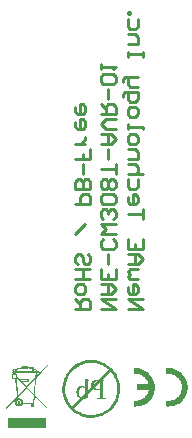
<source format=gbo>
G04 Layer_Color=32896*
%FSLAX25Y25*%
%MOIN*%
G70*
G01*
G75*
%ADD17C,0.01000*%
G36*
X317167Y216647D02*
Y216601D01*
Y216508D01*
Y216416D01*
Y216323D01*
Y216231D01*
Y216184D01*
Y216161D01*
Y215791D01*
Y215444D01*
Y215282D01*
Y215166D01*
Y215097D01*
Y215073D01*
Y214657D01*
Y214472D01*
Y214310D01*
Y214171D01*
Y214078D01*
Y214009D01*
Y213986D01*
Y213824D01*
Y213708D01*
Y213616D01*
Y213569D01*
Y213500D01*
X304509D01*
Y213523D01*
Y213569D01*
Y213755D01*
Y213916D01*
Y213963D01*
Y213986D01*
Y214356D01*
Y214703D01*
Y214865D01*
Y214981D01*
Y215050D01*
Y215073D01*
Y215490D01*
Y215675D01*
Y215837D01*
Y215976D01*
Y216069D01*
Y216138D01*
Y216161D01*
Y216323D01*
Y216462D01*
Y216554D01*
Y216601D01*
Y216647D01*
Y216670D01*
X317167D01*
Y216647D01*
D02*
G37*
G36*
X318000Y234210D02*
X314089Y230138D01*
X313974Y229027D01*
X313719Y226366D01*
X313534Y224445D01*
X317722Y220118D01*
X317445Y219840D01*
X313488Y223890D01*
X313256Y221414D01*
X313141D01*
Y220465D01*
X312261D01*
Y221414D01*
X309531D01*
X309438Y221229D01*
X309299Y221044D01*
X309114Y220835D01*
X308860Y220650D01*
X308559Y220558D01*
X308281Y220535D01*
X308003D01*
X307795Y220604D01*
X307541Y220696D01*
X307332Y220835D01*
X307171Y220997D01*
X307009Y221229D01*
X306893Y221483D01*
X306823Y221715D01*
X306800Y221923D01*
X306823Y222154D01*
X306870Y222340D01*
X306939Y222525D01*
X307032Y222710D01*
X307147Y222872D01*
X307309Y223034D01*
X307494Y223149D01*
X307656Y223219D01*
X307633Y223427D01*
X304162Y219840D01*
X303885Y220141D01*
X307587Y223982D01*
X307286Y227338D01*
X307078Y229767D01*
X305967D01*
Y231318D01*
X306268D01*
X303445Y234210D01*
X303746Y234488D01*
X306384Y231757D01*
Y231966D01*
X306337Y232012D01*
X306268Y232058D01*
X306199Y232128D01*
X306129Y232197D01*
X306083Y232313D01*
X306060Y232405D01*
X306037Y232521D01*
X306060Y232660D01*
X306106Y232752D01*
X306199Y232914D01*
X306314Y233007D01*
X306476Y233076D01*
X306638Y233100D01*
X306800Y233076D01*
X306939Y233030D01*
X307055Y232961D01*
X307101Y232891D01*
X307217Y232984D01*
X307379Y233100D01*
X307587Y233192D01*
X307888Y233308D01*
X308212Y233400D01*
X308536Y233470D01*
X308883Y233539D01*
X309160Y233562D01*
Y233910D01*
X311382D01*
Y233609D01*
X311567D01*
X311845Y233586D01*
X312146Y233539D01*
X312446Y233493D01*
Y233678D01*
X313395D01*
Y233238D01*
X313511Y233169D01*
X313673Y233100D01*
X313835Y233007D01*
X313974Y232914D01*
X314112Y232799D01*
X314205Y232706D01*
X314251Y232637D01*
X314298Y232544D01*
X314275Y232382D01*
X314830D01*
Y231665D01*
X314228D01*
X314136Y230762D01*
X317722Y234488D01*
X318000Y234210D01*
D02*
G37*
G36*
X333068Y236062D02*
X333785Y235969D01*
X334456Y235830D01*
X335104Y235645D01*
X335706Y235437D01*
X336261Y235182D01*
X336793Y234928D01*
X337256Y234673D01*
X337696Y234395D01*
X338066Y234141D01*
X338390Y233910D01*
X338668Y233678D01*
X338899Y233493D01*
X339038Y233354D01*
X339154Y233262D01*
X339177Y233238D01*
X339663Y232683D01*
X340103Y232128D01*
X340496Y231549D01*
X340797Y230971D01*
X341074Y230392D01*
X341306Y229814D01*
X341491Y229281D01*
X341653Y228749D01*
X341769Y228263D01*
X341861Y227800D01*
X341907Y227407D01*
X341954Y227060D01*
X341977Y226782D01*
X342000Y226574D01*
Y226435D01*
Y226412D01*
Y226389D01*
X341977Y225648D01*
X341884Y224954D01*
X341745Y224260D01*
X341560Y223635D01*
X341352Y223034D01*
X341097Y222455D01*
X340843Y221946D01*
X340588Y221460D01*
X340334Y221044D01*
X340079Y220650D01*
X339825Y220326D01*
X339617Y220049D01*
X339432Y219840D01*
X339293Y219678D01*
X339200Y219563D01*
X339177Y219539D01*
X338645Y219054D01*
X338066Y218614D01*
X337488Y218221D01*
X336909Y217920D01*
X336331Y217642D01*
X335775Y217411D01*
X335220Y217226D01*
X334688Y217064D01*
X334202Y216948D01*
X333739Y216855D01*
X333346Y216809D01*
X332998Y216763D01*
X332721Y216740D01*
X332513Y216717D01*
X332328D01*
X331587Y216740D01*
X330893Y216832D01*
X330222Y216971D01*
X329574Y217156D01*
X328972Y217364D01*
X328417Y217619D01*
X327885Y217874D01*
X327422Y218128D01*
X326982Y218383D01*
X326612Y218637D01*
X326288Y218892D01*
X326010Y219100D01*
X325779Y219285D01*
X325640Y219424D01*
X325524Y219516D01*
X325501Y219539D01*
X324992Y220095D01*
X324552Y220650D01*
X324182Y221229D01*
X323858Y221807D01*
X323581Y222386D01*
X323349Y222964D01*
X323164Y223520D01*
X323002Y224029D01*
X322886Y224515D01*
X322794Y224977D01*
X322747Y225371D01*
X322701Y225718D01*
X322678Y225996D01*
X322655Y226204D01*
Y226343D01*
Y226389D01*
X322678Y227130D01*
X322771Y227824D01*
X322909Y228518D01*
X323095Y229143D01*
X323303Y229744D01*
X323557Y230323D01*
X323812Y230832D01*
X324066Y231318D01*
X324344Y231757D01*
X324599Y232128D01*
X324830Y232452D01*
X325061Y232729D01*
X325247Y232961D01*
X325385Y233100D01*
X325478Y233215D01*
X325501Y233238D01*
X326033Y233748D01*
X326612Y234187D01*
X327167Y234557D01*
X327769Y234881D01*
X328324Y235159D01*
X328903Y235390D01*
X329458Y235576D01*
X329967Y235737D01*
X330453Y235853D01*
X330916Y235946D01*
X331309Y235992D01*
X331656Y236038D01*
X331934Y236062D01*
X332142Y236085D01*
X332328D01*
X333068Y236062D01*
D02*
G37*
G36*
X347562Y233366D02*
X348047Y233320D01*
X348487Y233204D01*
X348927Y233088D01*
X349320Y232949D01*
X349713Y232787D01*
X350061Y232625D01*
X350361Y232440D01*
X350662Y232255D01*
X350917Y232093D01*
X351125Y231931D01*
X351310Y231792D01*
X351472Y231677D01*
X351565Y231584D01*
X351634Y231515D01*
X351657Y231491D01*
X351981Y231121D01*
X352282Y230751D01*
X352537Y230381D01*
X352745Y229987D01*
X352930Y229594D01*
X353069Y229224D01*
X353208Y228854D01*
X353300Y228506D01*
X353370Y228183D01*
X353439Y227882D01*
X353462Y227604D01*
X353508Y227373D01*
Y227187D01*
X353532Y227049D01*
Y226956D01*
Y226933D01*
X353508Y226447D01*
X353439Y225984D01*
X353346Y225521D01*
X353231Y225105D01*
X353092Y224688D01*
X352930Y224318D01*
X352768Y223971D01*
X352583Y223647D01*
X352421Y223369D01*
X352259Y223115D01*
X352097Y222907D01*
X351958Y222721D01*
X351819Y222559D01*
X351727Y222467D01*
X351680Y222397D01*
X351657Y222374D01*
X351287Y222050D01*
X350917Y221750D01*
X350523Y221495D01*
X350130Y221287D01*
X349760Y221102D01*
X349366Y220963D01*
X348996Y220824D01*
X348649Y220731D01*
X348325Y220662D01*
X348024Y220593D01*
X347747Y220569D01*
X347515Y220523D01*
X347330D01*
X347191Y220500D01*
X346844D01*
X346636Y220523D01*
X346428D01*
X346451Y222467D01*
X346659Y222444D01*
X346867Y222421D01*
X347076D01*
X347376Y222444D01*
X347654Y222467D01*
X348186Y222583D01*
X348672Y222745D01*
X349089Y222930D01*
X349436Y223092D01*
X349575Y223184D01*
X349690Y223254D01*
X349806Y223323D01*
X349875Y223369D01*
X349899Y223416D01*
X349922D01*
X350338Y223809D01*
X350685Y224249D01*
X350963Y224665D01*
X351171Y225082D01*
X351310Y225429D01*
X351380Y225591D01*
X351426Y225730D01*
X351449Y225822D01*
X351472Y225915D01*
X351495Y225961D01*
Y225984D01*
X347724D01*
Y227905D01*
X351495D01*
X351333Y228460D01*
X351102Y228969D01*
X350847Y229409D01*
X350593Y229779D01*
X350338Y230080D01*
X350130Y230288D01*
X349968Y230427D01*
X349945Y230473D01*
X349922D01*
X349690Y230659D01*
X349436Y230797D01*
X348950Y231052D01*
X348464Y231237D01*
X348024Y231353D01*
X347654Y231422D01*
X347492Y231445D01*
X347353D01*
X347238Y231468D01*
X346844D01*
X346636Y231445D01*
X346474Y231422D01*
X346428D01*
Y233366D01*
X346682Y233389D01*
X347076D01*
X347562Y233366D01*
D02*
G37*
G36*
X358530D02*
X359016Y233320D01*
X359455Y233204D01*
X359895Y233088D01*
X360289Y232949D01*
X360682Y232787D01*
X361029Y232625D01*
X361330Y232440D01*
X361631Y232255D01*
X361885Y232093D01*
X362093Y231931D01*
X362279Y231792D01*
X362440Y231677D01*
X362533Y231584D01*
X362602Y231515D01*
X362626Y231491D01*
X362950Y231121D01*
X363250Y230751D01*
X363505Y230381D01*
X363713Y229987D01*
X363898Y229594D01*
X364037Y229224D01*
X364176Y228854D01*
X364269Y228506D01*
X364338Y228183D01*
X364407Y227882D01*
X364431Y227604D01*
X364477Y227373D01*
Y227187D01*
X364500Y227049D01*
Y226956D01*
Y226933D01*
X364477Y226447D01*
X364407Y225984D01*
X364315Y225521D01*
X364199Y225105D01*
X364060Y224688D01*
X363898Y224318D01*
X363736Y223971D01*
X363551Y223647D01*
X363389Y223369D01*
X363227Y223115D01*
X363065Y222907D01*
X362927Y222721D01*
X362788Y222559D01*
X362695Y222467D01*
X362649Y222397D01*
X362626Y222374D01*
X362255Y222050D01*
X361885Y221750D01*
X361492Y221495D01*
X361098Y221287D01*
X360728Y221102D01*
X360335Y220963D01*
X359965Y220824D01*
X359617Y220731D01*
X359294Y220662D01*
X358993Y220593D01*
X358715Y220569D01*
X358484Y220523D01*
X358298D01*
X358160Y220500D01*
X357812D01*
X357604Y220523D01*
X357396D01*
Y222467D01*
X357627Y222444D01*
X357836Y222421D01*
X358044D01*
X358391Y222444D01*
X358715Y222467D01*
X359039Y222536D01*
X359340Y222629D01*
X359872Y222837D01*
X360335Y223092D01*
X360543Y223207D01*
X360728Y223323D01*
X360867Y223439D01*
X361006Y223531D01*
X361098Y223624D01*
X361168Y223693D01*
X361214Y223716D01*
X361237Y223740D01*
X361469Y223994D01*
X361677Y224272D01*
X361839Y224526D01*
X362001Y224804D01*
X362117Y225082D01*
X362232Y225336D01*
X362394Y225845D01*
X362487Y226285D01*
X362510Y226470D01*
X362533Y226632D01*
X362556Y226748D01*
Y226840D01*
Y226910D01*
Y226933D01*
X362533Y227280D01*
X362510Y227604D01*
X362440Y227928D01*
X362348Y228229D01*
X362140Y228761D01*
X361885Y229224D01*
X361770Y229432D01*
X361654Y229617D01*
X361538Y229756D01*
X361445Y229895D01*
X361353Y229987D01*
X361283Y230057D01*
X361260Y230103D01*
X361237Y230126D01*
X360983Y230358D01*
X360728Y230566D01*
X360451Y230751D01*
X360173Y230913D01*
X359918Y231029D01*
X359641Y231144D01*
X359155Y231306D01*
X358715Y231399D01*
X358507Y231422D01*
X358368Y231445D01*
X358229Y231468D01*
X357812D01*
X357604Y231445D01*
X357442Y231422D01*
X357396D01*
Y233366D01*
X357604Y233389D01*
X358044D01*
X358530Y233366D01*
D02*
G37*
%LPC*%
G36*
X308351Y222640D02*
X308235D01*
X308003Y222617D01*
X307841Y222525D01*
X307703Y222432D01*
X307633Y222293D01*
X307587Y222178D01*
X307541Y222062D01*
Y221969D01*
Y221946D01*
X307564Y221715D01*
X307656Y221553D01*
X307749Y221414D01*
X307888Y221344D01*
X308003Y221298D01*
X308119Y221275D01*
X308212Y221252D01*
X308235D01*
X308466Y221275D01*
X308628Y221368D01*
X308767Y221483D01*
X308837Y221599D01*
X308883Y221738D01*
X308906Y221830D01*
X308929Y221923D01*
Y221946D01*
X308906Y222178D01*
X308813Y222340D01*
X308698Y222478D01*
X308582Y222548D01*
X308443Y222594D01*
X308351Y222640D01*
D02*
G37*
G36*
X312747Y221414D02*
X312655D01*
Y220859D01*
X312747D01*
Y221414D01*
D02*
G37*
G36*
X313395Y232776D02*
Y232382D01*
X313881D01*
Y232452D01*
X313765Y232567D01*
X313627Y232660D01*
X313395Y232776D01*
D02*
G37*
G36*
X306684Y232706D02*
X306661D01*
X306546Y232683D01*
X306476Y232614D01*
X306453Y232521D01*
Y232498D01*
X306476Y232382D01*
X306546Y232336D01*
X306638Y232313D01*
X306661D01*
X306777Y232336D01*
X306823Y232405D01*
X306846Y232475D01*
Y232498D01*
X306823Y232614D01*
X306754Y232683D01*
X306684Y232706D01*
D02*
G37*
G36*
X307147Y230924D02*
X306384D01*
Y230161D01*
X307147D01*
Y230924D01*
D02*
G37*
G36*
X310965Y233516D02*
X309554D01*
Y233285D01*
X310965D01*
Y233516D01*
D02*
G37*
G36*
X311382Y233192D02*
Y232891D01*
X309160D01*
Y233146D01*
X308698Y233076D01*
X308281Y232984D01*
X307934Y232891D01*
X307656Y232752D01*
X307448Y232637D01*
X307286Y232475D01*
Y232382D01*
X312446D01*
Y233053D01*
X312122Y233123D01*
X311775Y233169D01*
X311382Y233192D01*
D02*
G37*
G36*
X313002Y233285D02*
X312840D01*
Y232752D01*
X313002D01*
Y233285D01*
D02*
G37*
G36*
X311035Y229189D02*
X308952D01*
Y229050D01*
X311035D01*
Y229189D01*
D02*
G37*
G36*
X307541Y229999D02*
Y229767D01*
X307494D01*
X307957Y224376D01*
X310479Y226991D01*
X308860Y228657D01*
X308513D01*
Y229004D01*
X307541Y229999D01*
D02*
G37*
G36*
X310757Y226690D02*
X308003Y223844D01*
X308050Y223335D01*
X308235Y223358D01*
X308443Y223335D01*
X308698Y223265D01*
X308952Y223149D01*
X309137Y223010D01*
X309299Y222849D01*
X309461Y222617D01*
X309577Y222340D01*
X309647Y222039D01*
X309623Y221830D01*
X312886D01*
X313118Y224260D01*
X310757Y226690D01*
D02*
G37*
G36*
X313812Y231665D02*
X307332D01*
X307379Y231318D01*
X307541D01*
Y230577D01*
X308513Y229582D01*
X311428D01*
Y228657D01*
X309415D01*
X310757Y227268D01*
X313696Y230323D01*
X313812Y231665D01*
D02*
G37*
G36*
X313627Y229675D02*
X311035Y226991D01*
X313164Y224792D01*
X313627Y229675D01*
D02*
G37*
%LPD*%
G36*
X308397Y222386D02*
X308513Y222340D01*
X308582Y222270D01*
X308628Y222178D01*
X308698Y222016D01*
Y221969D01*
Y221946D01*
X308675Y221784D01*
X308628Y221668D01*
X308559Y221599D01*
X308466Y221553D01*
X308304Y221483D01*
X308235D01*
X308073Y221506D01*
X307957Y221553D01*
X307888Y221622D01*
X307818Y221715D01*
X307772Y221877D01*
Y221923D01*
Y221946D01*
X307795Y222108D01*
X307841Y222224D01*
X307911Y222293D01*
X308003Y222363D01*
X308166Y222409D01*
X308235D01*
X308397Y222386D01*
D02*
G37*
%LPC*%
G36*
X308258Y222016D02*
X308189D01*
X308166Y221992D01*
Y221969D01*
Y221946D01*
Y221900D01*
X308189Y221877D01*
X308235D01*
X308281Y221900D01*
X308304Y221923D01*
Y221946D01*
X308281Y221992D01*
X308258Y222016D01*
D02*
G37*
G36*
X332489Y235113D02*
X332328D01*
X331656Y235090D01*
X331032Y234997D01*
X330407Y234881D01*
X329852Y234719D01*
X329296Y234511D01*
X328787Y234303D01*
X328324Y234071D01*
X327885Y233840D01*
X327514Y233586D01*
X327167Y233354D01*
X326866Y233146D01*
X326635Y232938D01*
X326427Y232776D01*
X326288Y232660D01*
X326195Y232567D01*
X326172Y232544D01*
X325733Y232058D01*
X325339Y231549D01*
X324992Y231040D01*
X324691Y230508D01*
X324460Y229999D01*
X324252Y229490D01*
X324090Y228981D01*
X323951Y228518D01*
X323835Y228078D01*
X323766Y227662D01*
X323696Y227315D01*
X323673Y226991D01*
X323650Y226736D01*
X323627Y226551D01*
Y226435D01*
Y226389D01*
X323650Y225718D01*
X323743Y225093D01*
X323858Y224492D01*
X324020Y223913D01*
X324205Y223358D01*
X324437Y222849D01*
X324668Y222386D01*
X324900Y221969D01*
X325131Y221576D01*
X325362Y221229D01*
X325571Y220928D01*
X325779Y220696D01*
X325840Y220618D01*
X325825Y220604D01*
X325999Y220419D01*
X326057Y220349D01*
X326149Y220257D01*
X326172Y220234D01*
X325999Y220419D01*
X325941Y220488D01*
X325840Y220618D01*
X328509Y223288D01*
X328370Y223381D01*
X328255Y223473D01*
X328162Y223543D01*
X328139Y223566D01*
X327885Y223844D01*
X327699Y224167D01*
X327561Y224468D01*
X327468Y224769D01*
X327422Y225024D01*
X327376Y225232D01*
Y225371D01*
Y225394D01*
Y225417D01*
X327399Y225764D01*
X327445Y226088D01*
X327537Y226343D01*
X327607Y226574D01*
X327699Y226759D01*
X327792Y226875D01*
X327838Y226968D01*
X327861Y226991D01*
X328047Y227176D01*
X328255Y227315D01*
X328440Y227430D01*
X328625Y227500D01*
X328787Y227546D01*
X328903Y227569D01*
X329018D01*
X329296Y227523D01*
X329551Y227430D01*
X329782Y227291D01*
X329967Y227130D01*
X330152Y226968D01*
X330268Y226829D01*
X330361Y226736D01*
X330384Y226690D01*
Y229814D01*
X330592D01*
X331888Y229281D01*
X331818Y229119D01*
X331680Y229166D01*
X331587Y229189D01*
X331494D01*
X331356Y229166D01*
X331332Y229143D01*
X331309D01*
X331263Y229073D01*
X331217Y229004D01*
X331194Y228934D01*
Y228911D01*
Y228819D01*
X331171Y228703D01*
Y228402D01*
Y228240D01*
Y228124D01*
Y228032D01*
Y228009D01*
Y225926D01*
X332304Y227083D01*
X332258Y227315D01*
X332212Y227523D01*
Y227615D01*
Y227662D01*
Y227708D01*
Y227731D01*
X332235Y227939D01*
X332258Y228124D01*
X332328Y228310D01*
X332374Y228448D01*
X332443Y228564D01*
X332513Y228657D01*
X332536Y228703D01*
X332559Y228726D01*
X332698Y228888D01*
X332837Y229004D01*
X332975Y229119D01*
X333114Y229189D01*
X333230Y229258D01*
X333299Y229305D01*
X333369Y229328D01*
X333392D01*
X333600Y229397D01*
X333808Y229444D01*
X334040Y229467D01*
X334248Y229490D01*
X334433Y229513D01*
X334734D01*
X338136Y232891D01*
X338483Y232544D01*
X338737Y232290D01*
X338622Y232429D01*
X338529Y232521D01*
X338506Y232544D01*
X338020Y233007D01*
X337511Y233400D01*
X336979Y233724D01*
X336446Y234025D01*
X335937Y234280D01*
X335428Y234488D01*
X334919Y234650D01*
X334456Y234789D01*
X334017Y234905D01*
X333600Y234974D01*
X333253Y235043D01*
X332929Y235067D01*
X332675Y235090D01*
X332489Y235113D01*
D02*
G37*
G36*
X334317Y229096D02*
X334179Y229050D01*
X334063Y229004D01*
X333970Y228958D01*
X333947Y228934D01*
X333739Y228772D01*
X333600Y228610D01*
X333485Y228472D01*
X333461Y228425D01*
Y228402D01*
X333392Y228287D01*
X333369Y228194D01*
X333346Y228148D01*
Y228124D01*
X334317Y229096D01*
D02*
G37*
G36*
X338737Y232290D02*
X338798Y232212D01*
X336099Y229513D01*
X337094D01*
Y229328D01*
X336840D01*
X336608Y229305D01*
X336446Y229235D01*
X336331Y229143D01*
X336308Y229119D01*
X336261Y229050D01*
X336215Y228958D01*
X336192Y228703D01*
X336169Y228587D01*
Y228472D01*
Y228402D01*
Y228379D01*
Y224237D01*
Y224052D01*
X336192Y223890D01*
Y223774D01*
X336215Y223682D01*
X336238Y223612D01*
Y223566D01*
X336261Y223543D01*
X336331Y223450D01*
X336423Y223404D01*
X336608Y223311D01*
X336770Y223288D01*
X337094D01*
Y223103D01*
X334341D01*
Y223288D01*
X334595D01*
X334827Y223311D01*
X334989Y223381D01*
X335081Y223450D01*
X335127Y223473D01*
X335174Y223543D01*
X335197Y223658D01*
X335243Y223913D01*
X335266Y224029D01*
Y224144D01*
Y224214D01*
Y224237D01*
Y226088D01*
X335035Y226042D01*
X334850Y226019D01*
X334734Y225996D01*
X334688D01*
X334479Y225973D01*
X334179D01*
X333901Y225996D01*
X333646Y226019D01*
X333438Y226088D01*
X333253Y226158D01*
X333091Y226204D01*
X332998Y226273D01*
X332929Y226296D01*
X332906Y226320D01*
X331171Y224561D01*
Y223520D01*
X330870Y223335D01*
X330615Y223219D01*
X330499Y223172D01*
X330430Y223126D01*
X330384Y223103D01*
X330361D01*
X330083Y223034D01*
X329852Y222987D01*
X329736Y222964D01*
X329574D01*
X326524Y219915D01*
X326658Y219794D01*
X327167Y219401D01*
X327676Y219054D01*
X328209Y218753D01*
X328718Y218521D01*
X329227Y218313D01*
X329736Y218151D01*
X330199Y218012D01*
X330638Y217897D01*
X331055Y217827D01*
X331402Y217758D01*
X331726Y217735D01*
X331980Y217711D01*
X332166Y217688D01*
X332328D01*
X332998Y217711D01*
X333623Y217804D01*
X334248Y217920D01*
X334804Y218082D01*
X335359Y218290D01*
X335868Y218498D01*
X336331Y218730D01*
X336770Y218961D01*
X337164Y219192D01*
X337511Y219424D01*
X337789Y219655D01*
X338043Y219840D01*
X338251Y220002D01*
X338390Y220118D01*
X338483Y220211D01*
X338506Y220234D01*
X338946Y220720D01*
X339339Y221229D01*
X339686Y221738D01*
X339987Y222270D01*
X340218Y222779D01*
X340426Y223311D01*
X340588Y223797D01*
X340727Y224260D01*
X340843Y224700D01*
X340912Y225116D01*
X340982Y225463D01*
X341005Y225787D01*
X341028Y226042D01*
X341051Y226227D01*
Y226343D01*
Y226389D01*
X341028Y227060D01*
X340936Y227685D01*
X340820Y228310D01*
X340658Y228865D01*
X340450Y229420D01*
X340241Y229929D01*
X340010Y230392D01*
X339779Y230832D01*
X339547Y231202D01*
X339316Y231549D01*
X339084Y231850D01*
X338899Y232081D01*
X338798Y232212D01*
X338807Y232220D01*
X338737Y232290D01*
D02*
G37*
G36*
X326172Y220234D02*
X326519Y219910D01*
X326524Y219915D01*
X326172Y220234D01*
D02*
G37*
G36*
X335266Y228657D02*
X333485Y226875D01*
X333531Y226782D01*
X333600Y226713D01*
X333623Y226690D01*
X333646Y226667D01*
X333785Y226528D01*
X333924Y226435D01*
X334063Y226366D01*
X334202Y226320D01*
X334317Y226296D01*
X334410Y226273D01*
X334595D01*
X334711Y226296D01*
X334827D01*
X334965Y226320D01*
X335104Y226343D01*
X335220Y226366D01*
X335266D01*
Y228657D01*
D02*
G37*
G36*
X329435Y226875D02*
X329389D01*
X329227Y226852D01*
X329065Y226805D01*
X328787Y226667D01*
X328695Y226574D01*
X328625Y226505D01*
X328579Y226458D01*
X328556Y226435D01*
X328440Y226250D01*
X328347Y226042D01*
X328278Y225834D01*
X328232Y225625D01*
X328209Y225440D01*
X328185Y225301D01*
Y225209D01*
Y225163D01*
X328209Y224839D01*
X328232Y224561D01*
X328301Y224329D01*
X328370Y224144D01*
X328440Y223982D01*
X328486Y223890D01*
X328533Y223820D01*
X328556Y223797D01*
X328625Y223682D01*
X328695Y223612D01*
X328764Y223566D01*
X328787Y223543D01*
X330384Y225139D01*
Y226389D01*
X330175Y226574D01*
X330037Y226690D01*
X329921Y226736D01*
X329898Y226759D01*
X329713Y226829D01*
X329551Y226852D01*
X329435Y226875D01*
D02*
G37*
%LPD*%
D17*
X344500Y253000D02*
X349498D01*
X344500Y256332D01*
X349498D01*
X344500Y260498D02*
Y258831D01*
X345333Y257998D01*
X346999D01*
X347832Y258831D01*
Y260498D01*
X346999Y261331D01*
X346166D01*
Y257998D01*
X347832Y262997D02*
X345333D01*
X344500Y263830D01*
X345333Y264663D01*
X344500Y265496D01*
X345333Y266329D01*
X347832D01*
X344500Y267995D02*
X347832D01*
X349498Y269661D01*
X347832Y271327D01*
X344500D01*
X346999D01*
Y267995D01*
X349498Y276326D02*
Y272993D01*
X344500D01*
Y276326D01*
X346999Y272993D02*
Y274660D01*
X349498Y282990D02*
Y286322D01*
Y284656D01*
X344500D01*
Y290488D02*
Y288822D01*
X345333Y287989D01*
X346999D01*
X347832Y288822D01*
Y290488D01*
X346999Y291321D01*
X346166D01*
Y287989D01*
X347832Y296319D02*
Y293820D01*
X346999Y292987D01*
X345333D01*
X344500Y293820D01*
Y296319D01*
X349498Y297985D02*
X344500D01*
X346999D01*
X347832Y298818D01*
Y300485D01*
X346999Y301318D01*
X344500D01*
Y302984D02*
X347832D01*
Y305483D01*
X346999Y306316D01*
X344500D01*
Y308815D02*
Y310481D01*
X345333Y311314D01*
X346999D01*
X347832Y310481D01*
Y308815D01*
X346999Y307982D01*
X345333D01*
X344500Y308815D01*
Y312981D02*
Y314647D01*
Y313814D01*
X349498D01*
Y312981D01*
X344500Y317979D02*
Y319645D01*
X345333Y320478D01*
X346999D01*
X347832Y319645D01*
Y317979D01*
X346999Y317146D01*
X345333D01*
X344500Y317979D01*
X342834Y323810D02*
Y324643D01*
X343667Y325477D01*
X347832D01*
Y322977D01*
X346999Y322144D01*
X345333D01*
X344500Y322977D01*
Y325477D01*
X347832Y327143D02*
X345333D01*
X344500Y327976D01*
Y330475D01*
X343667D01*
X342834Y329642D01*
Y328809D01*
X344500Y330475D02*
X347832D01*
X349498Y337139D02*
Y338806D01*
Y337972D01*
X344500D01*
Y337139D01*
Y338806D01*
Y341305D02*
X347832D01*
Y343804D01*
X346999Y344637D01*
X344500D01*
X347832Y349635D02*
Y347136D01*
X346999Y346303D01*
X345333D01*
X344500Y347136D01*
Y349635D01*
Y351302D02*
X345333D01*
Y352134D01*
X344500D01*
Y351302D01*
X335500Y253000D02*
X340498D01*
X335500Y256332D01*
X340498D01*
X335500Y257998D02*
X338832D01*
X340498Y259665D01*
X338832Y261331D01*
X335500D01*
X337999D01*
Y257998D01*
X340498Y266329D02*
Y262997D01*
X335500D01*
Y266329D01*
X337999Y262997D02*
Y264663D01*
Y267995D02*
Y271327D01*
X339665Y276326D02*
X340498Y275493D01*
Y273827D01*
X339665Y272993D01*
X336333D01*
X335500Y273827D01*
Y275493D01*
X336333Y276326D01*
X340498Y277992D02*
X335500D01*
X337166Y279658D01*
X335500Y281324D01*
X340498D01*
X339665Y282990D02*
X340498Y283823D01*
Y285490D01*
X339665Y286322D01*
X338832D01*
X337999Y285490D01*
Y284656D01*
Y285490D01*
X337166Y286322D01*
X336333D01*
X335500Y285490D01*
Y283823D01*
X336333Y282990D01*
X339665Y287989D02*
X340498Y288822D01*
Y290488D01*
X339665Y291321D01*
X336333D01*
X335500Y290488D01*
Y288822D01*
X336333Y287989D01*
X339665D01*
Y292987D02*
X340498Y293820D01*
Y295486D01*
X339665Y296319D01*
X338832D01*
X337999Y295486D01*
X337166Y296319D01*
X336333D01*
X335500Y295486D01*
Y293820D01*
X336333Y292987D01*
X337166D01*
X337999Y293820D01*
X338832Y292987D01*
X339665D01*
X337999Y293820D02*
Y295486D01*
X340498Y297985D02*
Y301318D01*
Y299652D01*
X335500D01*
X337999Y302984D02*
Y306316D01*
X335500Y307982D02*
X338832D01*
X340498Y309648D01*
X338832Y311314D01*
X335500D01*
X337999D01*
Y307982D01*
X340498Y312981D02*
X337166D01*
X335500Y314647D01*
X337166Y316313D01*
X340498D01*
X335500Y317979D02*
X340498D01*
Y320478D01*
X339665Y321311D01*
X337999D01*
X337166Y320478D01*
Y317979D01*
Y319645D02*
X335500Y321311D01*
X337999Y322977D02*
Y326310D01*
X339665Y327976D02*
X340498Y328809D01*
Y330475D01*
X339665Y331308D01*
X336333D01*
X335500Y330475D01*
Y328809D01*
X336333Y327976D01*
X339665D01*
X335500Y332974D02*
Y334640D01*
Y333807D01*
X340498D01*
X339665Y332974D01*
X327000Y253000D02*
X331998D01*
Y255499D01*
X331165Y256332D01*
X329499D01*
X328666Y255499D01*
Y253000D01*
Y254666D02*
X327000Y256332D01*
Y258831D02*
Y260498D01*
X327833Y261331D01*
X329499D01*
X330332Y260498D01*
Y258831D01*
X329499Y257998D01*
X327833D01*
X327000Y258831D01*
X331998Y262997D02*
X327000D01*
X329499D01*
Y266329D01*
X331998D01*
X327000D01*
X331165Y271327D02*
X331998Y270494D01*
Y268828D01*
X331165Y267995D01*
X330332D01*
X329499Y268828D01*
Y270494D01*
X328666Y271327D01*
X327833D01*
X327000Y270494D01*
Y268828D01*
X327833Y267995D01*
X327000Y277992D02*
X330332Y281324D01*
X327000Y287989D02*
X331998D01*
Y290488D01*
X331165Y291321D01*
X329499D01*
X328666Y290488D01*
Y287989D01*
X331998Y292987D02*
X327000D01*
Y295486D01*
X327833Y296319D01*
X328666D01*
X329499Y295486D01*
Y292987D01*
Y295486D01*
X330332Y296319D01*
X331165D01*
X331998Y295486D01*
Y292987D01*
X329499Y297985D02*
Y301318D01*
X331998Y306316D02*
Y302984D01*
X329499D01*
Y304650D01*
Y302984D01*
X327000D01*
X330332Y307982D02*
X327000D01*
X328666D01*
X329499Y308815D01*
X330332Y309648D01*
Y310481D01*
X327000Y315480D02*
Y313814D01*
X327833Y312981D01*
X329499D01*
X330332Y313814D01*
Y315480D01*
X329499Y316313D01*
X328666D01*
Y312981D01*
X327000Y320478D02*
Y318812D01*
X327833Y317979D01*
X329499D01*
X330332Y318812D01*
Y320478D01*
X329499Y321311D01*
X328666D01*
Y317979D01*
M02*

</source>
